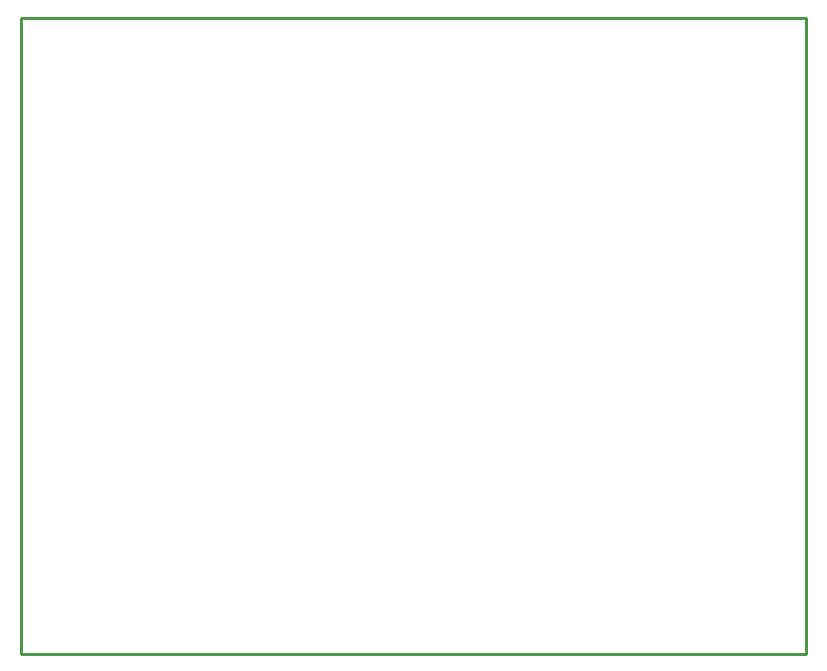
<source format=gko>
G04 Layer: BoardOutline*
G04 EasyEDA v6.4.7, 2020-12-03T10:34:31+05:30*
G04 2fbe05cc312c45c2a44f13524b8984d0,b6e8962e620740079bb188d2402746ea,10*
G04 Gerber Generator version 0.2*
G04 Scale: 100 percent, Rotated: No, Reflected: No *
G04 Dimensions in inches *
G04 leading zeros omitted , absolute positions ,2 integer and 4 decimal *
%FSLAX24Y24*%
%MOIN*%
G90*
D02*

%ADD10C,0.010000*%
G54D10*
G01X0Y21200D02*
G01X26160Y21200D01*
G01X26160Y0D01*
G01X0Y0D01*
G01X0Y21200D01*

%LPD*%
M00*
M02*

</source>
